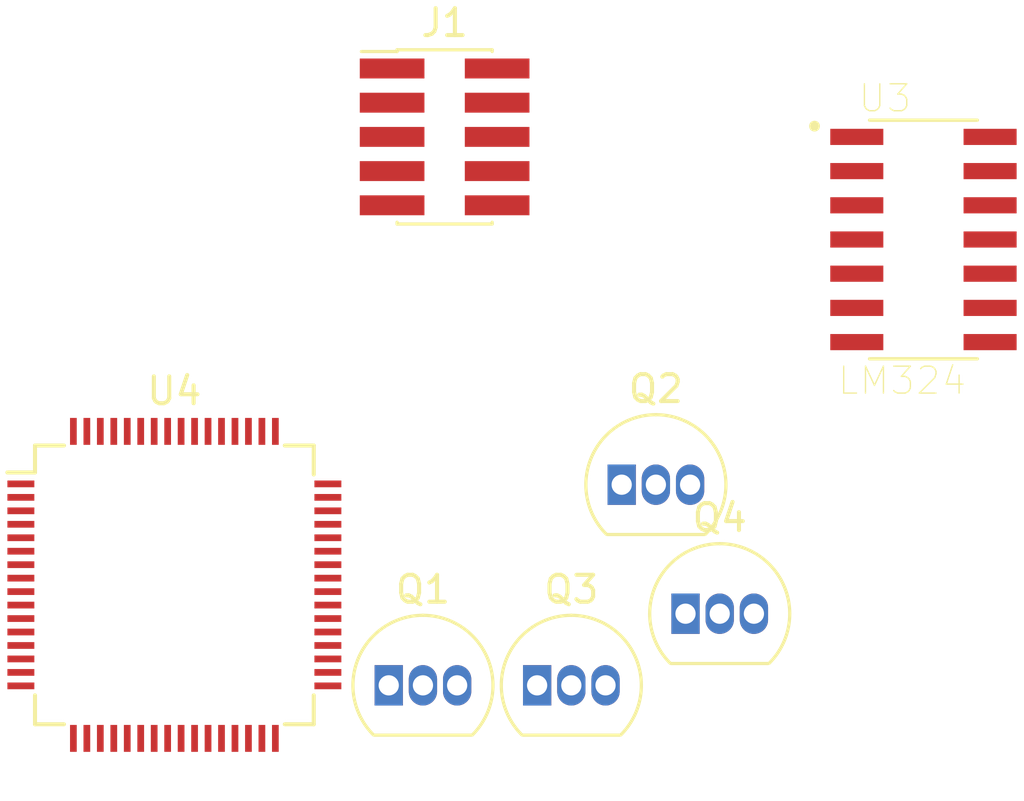
<source format=kicad_pcb>
(kicad_pcb (version 20171130) (host pcbnew "(5.0.1)-4")

  (general
    (thickness 1.6)
    (drawings 0)
    (tracks 0)
    (zones 0)
    (modules 7)
    (nets 96)
  )

  (page A4)
  (layers
    (0 F.Cu signal)
    (31 B.Cu signal)
    (32 B.Adhes user)
    (33 F.Adhes user)
    (34 B.Paste user)
    (35 F.Paste user)
    (36 B.SilkS user)
    (37 F.SilkS user)
    (38 B.Mask user)
    (39 F.Mask user)
    (40 Dwgs.User user)
    (41 Cmts.User user)
    (42 Eco1.User user)
    (43 Eco2.User user)
    (44 Edge.Cuts user)
    (45 Margin user)
    (46 B.CrtYd user)
    (47 F.CrtYd user)
    (48 B.Fab user)
    (49 F.Fab user)
  )

  (setup
    (last_trace_width 0.25)
    (trace_clearance 0.2)
    (zone_clearance 0.508)
    (zone_45_only no)
    (trace_min 0.2)
    (segment_width 0.2)
    (edge_width 0.1)
    (via_size 0.8)
    (via_drill 0.4)
    (via_min_size 0.4)
    (via_min_drill 0.3)
    (uvia_size 0.3)
    (uvia_drill 0.1)
    (uvias_allowed no)
    (uvia_min_size 0.2)
    (uvia_min_drill 0.1)
    (pcb_text_width 0.3)
    (pcb_text_size 1.5 1.5)
    (mod_edge_width 0.15)
    (mod_text_size 1 1)
    (mod_text_width 0.15)
    (pad_size 1.5 1.5)
    (pad_drill 0.6)
    (pad_to_mask_clearance 0)
    (solder_mask_min_width 0.25)
    (aux_axis_origin 0 0)
    (visible_elements 7FFFFFFF)
    (pcbplotparams
      (layerselection 0x010fc_ffffffff)
      (usegerberextensions false)
      (usegerberattributes false)
      (usegerberadvancedattributes false)
      (creategerberjobfile false)
      (excludeedgelayer true)
      (linewidth 0.100000)
      (plotframeref false)
      (viasonmask false)
      (mode 1)
      (useauxorigin false)
      (hpglpennumber 1)
      (hpglpenspeed 20)
      (hpglpendiameter 15.000000)
      (psnegative false)
      (psa4output false)
      (plotreference true)
      (plotvalue true)
      (plotinvisibletext false)
      (padsonsilk false)
      (subtractmaskfromsilk false)
      (outputformat 1)
      (mirror false)
      (drillshape 1)
      (scaleselection 1)
      (outputdirectory ""))
  )

  (net 0 "")
  (net 1 "Net-(J1-Pad1)")
  (net 2 "Net-(J1-Pad2)")
  (net 3 "Net-(J1-Pad3)")
  (net 4 "Net-(J1-Pad4)")
  (net 5 "Net-(J1-Pad6)")
  (net 6 "Net-(J1-Pad7)")
  (net 7 "Net-(J1-Pad8)")
  (net 8 "Net-(J1-Pad9)")
  (net 9 "Net-(J1-Pad10)")
  (net 10 "Net-(Q1-Pad2)")
  (net 11 "Net-(Q1-Pad3)")
  (net 12 "Net-(D3-Pad2)")
  (net 13 "Net-(D2-Pad2)")
  (net 14 "Net-(Q2-Pad3)")
  (net 15 "Net-(Q2-Pad2)")
  (net 16 "Net-(Q3-Pad3)")
  (net 17 "Net-(Q3-Pad2)")
  (net 18 GND)
  (net 19 "Net-(U4-Pad1)")
  (net 20 "Net-(U4-Pad2)")
  (net 21 "Net-(U4-Pad3)")
  (net 22 "Net-(U4-Pad4)")
  (net 23 "Net-(U4-Pad5)")
  (net 24 "Net-(U4-Pad6)")
  (net 25 "Net-(U4-Pad7)")
  (net 26 "Net-(U4-Pad8)")
  (net 27 "Net-(U4-Pad9)")
  (net 28 "Net-(U4-Pad10)")
  (net 29 "Net-(U4-Pad11)")
  (net 30 "Net-(U4-Pad12)")
  (net 31 "Net-(U4-Pad13)")
  (net 32 "Net-(U4-Pad14)")
  (net 33 "Net-(U4-Pad15)")
  (net 34 "Net-(U4-Pad16)")
  (net 35 "Net-(U4-Pad17)")
  (net 36 "Net-(U4-Pad18)")
  (net 37 "Net-(U4-Pad19)")
  (net 38 "Net-(U4-Pad20)")
  (net 39 "Net-(U4-Pad21)")
  (net 40 "Net-(U4-Pad22)")
  (net 41 "Net-(U4-Pad23)")
  (net 42 "Net-(U4-Pad24)")
  (net 43 "Net-(U4-Pad25)")
  (net 44 "Net-(U4-Pad26)")
  (net 45 "Net-(U4-Pad27)")
  (net 46 "Net-(U4-Pad28)")
  (net 47 "Net-(U4-Pad29)")
  (net 48 "Net-(U4-Pad30)")
  (net 49 "Net-(U4-Pad31)")
  (net 50 "Net-(U4-Pad32)")
  (net 51 "Net-(U4-Pad33)")
  (net 52 "Net-(U4-Pad34)")
  (net 53 "Net-(U4-Pad35)")
  (net 54 "Net-(U4-Pad36)")
  (net 55 "Net-(U4-Pad37)")
  (net 56 "Net-(U4-Pad38)")
  (net 57 "Net-(U4-Pad39)")
  (net 58 "Net-(U4-Pad40)")
  (net 59 "Net-(U4-Pad41)")
  (net 60 "Net-(U4-Pad42)")
  (net 61 "Net-(U4-Pad43)")
  (net 62 "Net-(U4-Pad44)")
  (net 63 "Net-(U4-Pad45)")
  (net 64 "Net-(U4-Pad46)")
  (net 65 "Net-(U4-Pad47)")
  (net 66 "Net-(U4-Pad48)")
  (net 67 "Net-(U4-Pad49)")
  (net 68 "Net-(U4-Pad50)")
  (net 69 "Net-(U4-Pad51)")
  (net 70 "Net-(U4-Pad52)")
  (net 71 "Net-(U4-Pad53)")
  (net 72 "Net-(U4-Pad54)")
  (net 73 "Net-(U4-Pad55)")
  (net 74 "Net-(U4-Pad56)")
  (net 75 "Net-(U4-Pad57)")
  (net 76 "Net-(U4-Pad58)")
  (net 77 "Net-(U4-Pad59)")
  (net 78 "Net-(U4-Pad60)")
  (net 79 "Net-(U4-Pad61)")
  (net 80 "Net-(U4-Pad62)")
  (net 81 "Net-(U4-Pad63)")
  (net 82 "Net-(U4-Pad64)")
  (net 83 "Net-(U3-Pad1)")
  (net 84 "Net-(U3-Pad2)")
  (net 85 "Net-(U3-Pad3)")
  (net 86 VCC)
  (net 87 "Net-(U3-Pad5)")
  (net 88 "Net-(U3-Pad6)")
  (net 89 "Net-(U3-Pad7)")
  (net 90 "Net-(U3-Pad8)")
  (net 91 "Net-(U3-Pad9)")
  (net 92 "Net-(U3-Pad10)")
  (net 93 "Net-(U3-Pad12)")
  (net 94 "Net-(U3-Pad13)")
  (net 95 "Net-(U3-Pad14)")

  (net_class Default "This is the default net class."
    (clearance 0.2)
    (trace_width 0.25)
    (via_dia 0.8)
    (via_drill 0.4)
    (uvia_dia 0.3)
    (uvia_drill 0.1)
    (add_net GND)
    (add_net "Net-(D2-Pad2)")
    (add_net "Net-(D3-Pad2)")
    (add_net "Net-(J1-Pad1)")
    (add_net "Net-(J1-Pad10)")
    (add_net "Net-(J1-Pad2)")
    (add_net "Net-(J1-Pad3)")
    (add_net "Net-(J1-Pad4)")
    (add_net "Net-(J1-Pad6)")
    (add_net "Net-(J1-Pad7)")
    (add_net "Net-(J1-Pad8)")
    (add_net "Net-(J1-Pad9)")
    (add_net "Net-(Q1-Pad2)")
    (add_net "Net-(Q1-Pad3)")
    (add_net "Net-(Q2-Pad2)")
    (add_net "Net-(Q2-Pad3)")
    (add_net "Net-(Q3-Pad2)")
    (add_net "Net-(Q3-Pad3)")
    (add_net "Net-(U3-Pad1)")
    (add_net "Net-(U3-Pad10)")
    (add_net "Net-(U3-Pad12)")
    (add_net "Net-(U3-Pad13)")
    (add_net "Net-(U3-Pad14)")
    (add_net "Net-(U3-Pad2)")
    (add_net "Net-(U3-Pad3)")
    (add_net "Net-(U3-Pad5)")
    (add_net "Net-(U3-Pad6)")
    (add_net "Net-(U3-Pad7)")
    (add_net "Net-(U3-Pad8)")
    (add_net "Net-(U3-Pad9)")
    (add_net "Net-(U4-Pad1)")
    (add_net "Net-(U4-Pad10)")
    (add_net "Net-(U4-Pad11)")
    (add_net "Net-(U4-Pad12)")
    (add_net "Net-(U4-Pad13)")
    (add_net "Net-(U4-Pad14)")
    (add_net "Net-(U4-Pad15)")
    (add_net "Net-(U4-Pad16)")
    (add_net "Net-(U4-Pad17)")
    (add_net "Net-(U4-Pad18)")
    (add_net "Net-(U4-Pad19)")
    (add_net "Net-(U4-Pad2)")
    (add_net "Net-(U4-Pad20)")
    (add_net "Net-(U4-Pad21)")
    (add_net "Net-(U4-Pad22)")
    (add_net "Net-(U4-Pad23)")
    (add_net "Net-(U4-Pad24)")
    (add_net "Net-(U4-Pad25)")
    (add_net "Net-(U4-Pad26)")
    (add_net "Net-(U4-Pad27)")
    (add_net "Net-(U4-Pad28)")
    (add_net "Net-(U4-Pad29)")
    (add_net "Net-(U4-Pad3)")
    (add_net "Net-(U4-Pad30)")
    (add_net "Net-(U4-Pad31)")
    (add_net "Net-(U4-Pad32)")
    (add_net "Net-(U4-Pad33)")
    (add_net "Net-(U4-Pad34)")
    (add_net "Net-(U4-Pad35)")
    (add_net "Net-(U4-Pad36)")
    (add_net "Net-(U4-Pad37)")
    (add_net "Net-(U4-Pad38)")
    (add_net "Net-(U4-Pad39)")
    (add_net "Net-(U4-Pad4)")
    (add_net "Net-(U4-Pad40)")
    (add_net "Net-(U4-Pad41)")
    (add_net "Net-(U4-Pad42)")
    (add_net "Net-(U4-Pad43)")
    (add_net "Net-(U4-Pad44)")
    (add_net "Net-(U4-Pad45)")
    (add_net "Net-(U4-Pad46)")
    (add_net "Net-(U4-Pad47)")
    (add_net "Net-(U4-Pad48)")
    (add_net "Net-(U4-Pad49)")
    (add_net "Net-(U4-Pad5)")
    (add_net "Net-(U4-Pad50)")
    (add_net "Net-(U4-Pad51)")
    (add_net "Net-(U4-Pad52)")
    (add_net "Net-(U4-Pad53)")
    (add_net "Net-(U4-Pad54)")
    (add_net "Net-(U4-Pad55)")
    (add_net "Net-(U4-Pad56)")
    (add_net "Net-(U4-Pad57)")
    (add_net "Net-(U4-Pad58)")
    (add_net "Net-(U4-Pad59)")
    (add_net "Net-(U4-Pad6)")
    (add_net "Net-(U4-Pad60)")
    (add_net "Net-(U4-Pad61)")
    (add_net "Net-(U4-Pad62)")
    (add_net "Net-(U4-Pad63)")
    (add_net "Net-(U4-Pad64)")
    (add_net "Net-(U4-Pad7)")
    (add_net "Net-(U4-Pad8)")
    (add_net "Net-(U4-Pad9)")
    (add_net VCC)
  )

  (module Connector_PinHeader_1.27mm:PinHeader_2x05_P1.27mm_Vertical_SMD (layer F.Cu) (tedit 59FED6E3) (tstamp 5DC1E348)
    (at 144.78 72.39)
    (descr "surface-mounted straight pin header, 2x05, 1.27mm pitch, double rows")
    (tags "Surface mounted pin header SMD 2x05 1.27mm double row")
    (path /5DBDB46B)
    (attr smd)
    (fp_text reference J1 (at 0 -4.235) (layer F.SilkS)
      (effects (font (size 1 1) (thickness 0.15)))
    )
    (fp_text value Conn_ARM_JTAG_SWD_10 (at 0 4.235) (layer F.Fab)
      (effects (font (size 1 1) (thickness 0.15)))
    )
    (fp_line (start 1.705 3.175) (end -1.705 3.175) (layer F.Fab) (width 0.1))
    (fp_line (start -1.27 -3.175) (end 1.705 -3.175) (layer F.Fab) (width 0.1))
    (fp_line (start -1.705 3.175) (end -1.705 -2.74) (layer F.Fab) (width 0.1))
    (fp_line (start -1.705 -2.74) (end -1.27 -3.175) (layer F.Fab) (width 0.1))
    (fp_line (start 1.705 -3.175) (end 1.705 3.175) (layer F.Fab) (width 0.1))
    (fp_line (start -1.705 -2.74) (end -2.75 -2.74) (layer F.Fab) (width 0.1))
    (fp_line (start -2.75 -2.74) (end -2.75 -2.34) (layer F.Fab) (width 0.1))
    (fp_line (start -2.75 -2.34) (end -1.705 -2.34) (layer F.Fab) (width 0.1))
    (fp_line (start 1.705 -2.74) (end 2.75 -2.74) (layer F.Fab) (width 0.1))
    (fp_line (start 2.75 -2.74) (end 2.75 -2.34) (layer F.Fab) (width 0.1))
    (fp_line (start 2.75 -2.34) (end 1.705 -2.34) (layer F.Fab) (width 0.1))
    (fp_line (start -1.705 -1.47) (end -2.75 -1.47) (layer F.Fab) (width 0.1))
    (fp_line (start -2.75 -1.47) (end -2.75 -1.07) (layer F.Fab) (width 0.1))
    (fp_line (start -2.75 -1.07) (end -1.705 -1.07) (layer F.Fab) (width 0.1))
    (fp_line (start 1.705 -1.47) (end 2.75 -1.47) (layer F.Fab) (width 0.1))
    (fp_line (start 2.75 -1.47) (end 2.75 -1.07) (layer F.Fab) (width 0.1))
    (fp_line (start 2.75 -1.07) (end 1.705 -1.07) (layer F.Fab) (width 0.1))
    (fp_line (start -1.705 -0.2) (end -2.75 -0.2) (layer F.Fab) (width 0.1))
    (fp_line (start -2.75 -0.2) (end -2.75 0.2) (layer F.Fab) (width 0.1))
    (fp_line (start -2.75 0.2) (end -1.705 0.2) (layer F.Fab) (width 0.1))
    (fp_line (start 1.705 -0.2) (end 2.75 -0.2) (layer F.Fab) (width 0.1))
    (fp_line (start 2.75 -0.2) (end 2.75 0.2) (layer F.Fab) (width 0.1))
    (fp_line (start 2.75 0.2) (end 1.705 0.2) (layer F.Fab) (width 0.1))
    (fp_line (start -1.705 1.07) (end -2.75 1.07) (layer F.Fab) (width 0.1))
    (fp_line (start -2.75 1.07) (end -2.75 1.47) (layer F.Fab) (width 0.1))
    (fp_line (start -2.75 1.47) (end -1.705 1.47) (layer F.Fab) (width 0.1))
    (fp_line (start 1.705 1.07) (end 2.75 1.07) (layer F.Fab) (width 0.1))
    (fp_line (start 2.75 1.07) (end 2.75 1.47) (layer F.Fab) (width 0.1))
    (fp_line (start 2.75 1.47) (end 1.705 1.47) (layer F.Fab) (width 0.1))
    (fp_line (start -1.705 2.34) (end -2.75 2.34) (layer F.Fab) (width 0.1))
    (fp_line (start -2.75 2.34) (end -2.75 2.74) (layer F.Fab) (width 0.1))
    (fp_line (start -2.75 2.74) (end -1.705 2.74) (layer F.Fab) (width 0.1))
    (fp_line (start 1.705 2.34) (end 2.75 2.34) (layer F.Fab) (width 0.1))
    (fp_line (start 2.75 2.34) (end 2.75 2.74) (layer F.Fab) (width 0.1))
    (fp_line (start 2.75 2.74) (end 1.705 2.74) (layer F.Fab) (width 0.1))
    (fp_line (start -1.765 -3.235) (end 1.765 -3.235) (layer F.SilkS) (width 0.12))
    (fp_line (start -1.765 3.235) (end 1.765 3.235) (layer F.SilkS) (width 0.12))
    (fp_line (start -3.09 -3.17) (end -1.765 -3.17) (layer F.SilkS) (width 0.12))
    (fp_line (start -1.765 -3.235) (end -1.765 -3.17) (layer F.SilkS) (width 0.12))
    (fp_line (start 1.765 -3.235) (end 1.765 -3.17) (layer F.SilkS) (width 0.12))
    (fp_line (start -1.765 3.17) (end -1.765 3.235) (layer F.SilkS) (width 0.12))
    (fp_line (start 1.765 3.17) (end 1.765 3.235) (layer F.SilkS) (width 0.12))
    (fp_line (start -4.3 -3.7) (end -4.3 3.7) (layer F.CrtYd) (width 0.05))
    (fp_line (start -4.3 3.7) (end 4.3 3.7) (layer F.CrtYd) (width 0.05))
    (fp_line (start 4.3 3.7) (end 4.3 -3.7) (layer F.CrtYd) (width 0.05))
    (fp_line (start 4.3 -3.7) (end -4.3 -3.7) (layer F.CrtYd) (width 0.05))
    (fp_text user %R (at 0 0 90) (layer F.Fab)
      (effects (font (size 1 1) (thickness 0.15)))
    )
    (pad 1 smd rect (at -1.95 -2.54) (size 2.4 0.74) (layers F.Cu F.Paste F.Mask)
      (net 1 "Net-(J1-Pad1)"))
    (pad 2 smd rect (at 1.95 -2.54) (size 2.4 0.74) (layers F.Cu F.Paste F.Mask)
      (net 2 "Net-(J1-Pad2)"))
    (pad 3 smd rect (at -1.95 -1.27) (size 2.4 0.74) (layers F.Cu F.Paste F.Mask)
      (net 3 "Net-(J1-Pad3)"))
    (pad 4 smd rect (at 1.95 -1.27) (size 2.4 0.74) (layers F.Cu F.Paste F.Mask)
      (net 4 "Net-(J1-Pad4)"))
    (pad 5 smd rect (at -1.95 0) (size 2.4 0.74) (layers F.Cu F.Paste F.Mask)
      (net 3 "Net-(J1-Pad3)"))
    (pad 6 smd rect (at 1.95 0) (size 2.4 0.74) (layers F.Cu F.Paste F.Mask)
      (net 5 "Net-(J1-Pad6)"))
    (pad 7 smd rect (at -1.95 1.27) (size 2.4 0.74) (layers F.Cu F.Paste F.Mask)
      (net 6 "Net-(J1-Pad7)"))
    (pad 8 smd rect (at 1.95 1.27) (size 2.4 0.74) (layers F.Cu F.Paste F.Mask)
      (net 7 "Net-(J1-Pad8)"))
    (pad 9 smd rect (at -1.95 2.54) (size 2.4 0.74) (layers F.Cu F.Paste F.Mask)
      (net 8 "Net-(J1-Pad9)"))
    (pad 10 smd rect (at 1.95 2.54) (size 2.4 0.74) (layers F.Cu F.Paste F.Mask)
      (net 9 "Net-(J1-Pad10)"))
    (model ${KISYS3DMOD}/Connector_PinHeader_1.27mm.3dshapes/PinHeader_2x05_P1.27mm_Vertical_SMD.wrl
      (at (xyz 0 0 0))
      (scale (xyz 1 1 1))
      (rotate (xyz 0 0 0))
    )
  )

  (module Package_TO_SOT_THT:TO-92_Inline (layer F.Cu) (tedit 5A1DD157) (tstamp 5DC1E35A)
    (at 142.705001 92.755001)
    (descr "TO-92 leads in-line, narrow, oval pads, drill 0.75mm (see NXP sot054_po.pdf)")
    (tags "to-92 sc-43 sc-43a sot54 PA33 transistor")
    (path /5DC24BED)
    (fp_text reference Q1 (at 1.27 -3.56) (layer F.SilkS)
      (effects (font (size 1 1) (thickness 0.15)))
    )
    (fp_text value 2N3904 (at 1.27 2.79) (layer F.Fab)
      (effects (font (size 1 1) (thickness 0.15)))
    )
    (fp_text user %R (at 1.27 -3.56) (layer F.Fab)
      (effects (font (size 1 1) (thickness 0.15)))
    )
    (fp_line (start -0.53 1.85) (end 3.07 1.85) (layer F.SilkS) (width 0.12))
    (fp_line (start -0.5 1.75) (end 3 1.75) (layer F.Fab) (width 0.1))
    (fp_line (start -1.46 -2.73) (end 4 -2.73) (layer F.CrtYd) (width 0.05))
    (fp_line (start -1.46 -2.73) (end -1.46 2.01) (layer F.CrtYd) (width 0.05))
    (fp_line (start 4 2.01) (end 4 -2.73) (layer F.CrtYd) (width 0.05))
    (fp_line (start 4 2.01) (end -1.46 2.01) (layer F.CrtYd) (width 0.05))
    (fp_arc (start 1.27 0) (end 1.27 -2.48) (angle 135) (layer F.Fab) (width 0.1))
    (fp_arc (start 1.27 0) (end 1.27 -2.6) (angle -135) (layer F.SilkS) (width 0.12))
    (fp_arc (start 1.27 0) (end 1.27 -2.48) (angle -135) (layer F.Fab) (width 0.1))
    (fp_arc (start 1.27 0) (end 1.27 -2.6) (angle 135) (layer F.SilkS) (width 0.12))
    (pad 2 thru_hole oval (at 1.27 0) (size 1.05 1.5) (drill 0.75) (layers *.Cu *.Mask)
      (net 10 "Net-(Q1-Pad2)"))
    (pad 3 thru_hole oval (at 2.54 0) (size 1.05 1.5) (drill 0.75) (layers *.Cu *.Mask)
      (net 11 "Net-(Q1-Pad3)"))
    (pad 1 thru_hole rect (at 0 0) (size 1.05 1.5) (drill 0.75) (layers *.Cu *.Mask)
      (net 12 "Net-(D3-Pad2)"))
    (model ${KISYS3DMOD}/Package_TO_SOT_THT.3dshapes/TO-92_Inline.wrl
      (at (xyz 0 0 0))
      (scale (xyz 1 1 1))
      (rotate (xyz 0 0 0))
    )
  )

  (module Package_TO_SOT_THT:TO-92_Inline (layer F.Cu) (tedit 5A1DD157) (tstamp 5DC1E36C)
    (at 151.355001 85.305001)
    (descr "TO-92 leads in-line, narrow, oval pads, drill 0.75mm (see NXP sot054_po.pdf)")
    (tags "to-92 sc-43 sc-43a sot54 PA33 transistor")
    (path /5DC1DE67)
    (fp_text reference Q2 (at 1.27 -3.56) (layer F.SilkS)
      (effects (font (size 1 1) (thickness 0.15)))
    )
    (fp_text value 2N3904 (at 1.27 2.79) (layer F.Fab)
      (effects (font (size 1 1) (thickness 0.15)))
    )
    (fp_arc (start 1.27 0) (end 1.27 -2.6) (angle 135) (layer F.SilkS) (width 0.12))
    (fp_arc (start 1.27 0) (end 1.27 -2.48) (angle -135) (layer F.Fab) (width 0.1))
    (fp_arc (start 1.27 0) (end 1.27 -2.6) (angle -135) (layer F.SilkS) (width 0.12))
    (fp_arc (start 1.27 0) (end 1.27 -2.48) (angle 135) (layer F.Fab) (width 0.1))
    (fp_line (start 4 2.01) (end -1.46 2.01) (layer F.CrtYd) (width 0.05))
    (fp_line (start 4 2.01) (end 4 -2.73) (layer F.CrtYd) (width 0.05))
    (fp_line (start -1.46 -2.73) (end -1.46 2.01) (layer F.CrtYd) (width 0.05))
    (fp_line (start -1.46 -2.73) (end 4 -2.73) (layer F.CrtYd) (width 0.05))
    (fp_line (start -0.5 1.75) (end 3 1.75) (layer F.Fab) (width 0.1))
    (fp_line (start -0.53 1.85) (end 3.07 1.85) (layer F.SilkS) (width 0.12))
    (fp_text user %R (at 1.27 -3.56) (layer F.Fab)
      (effects (font (size 1 1) (thickness 0.15)))
    )
    (pad 1 thru_hole rect (at 0 0) (size 1.05 1.5) (drill 0.75) (layers *.Cu *.Mask)
      (net 13 "Net-(D2-Pad2)"))
    (pad 3 thru_hole oval (at 2.54 0) (size 1.05 1.5) (drill 0.75) (layers *.Cu *.Mask)
      (net 14 "Net-(Q2-Pad3)"))
    (pad 2 thru_hole oval (at 1.27 0) (size 1.05 1.5) (drill 0.75) (layers *.Cu *.Mask)
      (net 15 "Net-(Q2-Pad2)"))
    (model ${KISYS3DMOD}/Package_TO_SOT_THT.3dshapes/TO-92_Inline.wrl
      (at (xyz 0 0 0))
      (scale (xyz 1 1 1))
      (rotate (xyz 0 0 0))
    )
  )

  (module Package_TO_SOT_THT:TO-92_Inline (layer F.Cu) (tedit 5A1DD157) (tstamp 5DC1E37E)
    (at 148.215001 92.755001)
    (descr "TO-92 leads in-line, narrow, oval pads, drill 0.75mm (see NXP sot054_po.pdf)")
    (tags "to-92 sc-43 sc-43a sot54 PA33 transistor")
    (path /5DC25E95)
    (fp_text reference Q3 (at 1.27 -3.56) (layer F.SilkS)
      (effects (font (size 1 1) (thickness 0.15)))
    )
    (fp_text value 2N3904 (at 1.27 2.79) (layer F.Fab)
      (effects (font (size 1 1) (thickness 0.15)))
    )
    (fp_arc (start 1.27 0) (end 1.27 -2.6) (angle 135) (layer F.SilkS) (width 0.12))
    (fp_arc (start 1.27 0) (end 1.27 -2.48) (angle -135) (layer F.Fab) (width 0.1))
    (fp_arc (start 1.27 0) (end 1.27 -2.6) (angle -135) (layer F.SilkS) (width 0.12))
    (fp_arc (start 1.27 0) (end 1.27 -2.48) (angle 135) (layer F.Fab) (width 0.1))
    (fp_line (start 4 2.01) (end -1.46 2.01) (layer F.CrtYd) (width 0.05))
    (fp_line (start 4 2.01) (end 4 -2.73) (layer F.CrtYd) (width 0.05))
    (fp_line (start -1.46 -2.73) (end -1.46 2.01) (layer F.CrtYd) (width 0.05))
    (fp_line (start -1.46 -2.73) (end 4 -2.73) (layer F.CrtYd) (width 0.05))
    (fp_line (start -0.5 1.75) (end 3 1.75) (layer F.Fab) (width 0.1))
    (fp_line (start -0.53 1.85) (end 3.07 1.85) (layer F.SilkS) (width 0.12))
    (fp_text user %R (at 1.27 -3.56) (layer F.Fab)
      (effects (font (size 1 1) (thickness 0.15)))
    )
    (pad 1 thru_hole rect (at 0 0) (size 1.05 1.5) (drill 0.75) (layers *.Cu *.Mask)
      (net 11 "Net-(Q1-Pad3)"))
    (pad 3 thru_hole oval (at 2.54 0) (size 1.05 1.5) (drill 0.75) (layers *.Cu *.Mask)
      (net 16 "Net-(Q3-Pad3)"))
    (pad 2 thru_hole oval (at 1.27 0) (size 1.05 1.5) (drill 0.75) (layers *.Cu *.Mask)
      (net 17 "Net-(Q3-Pad2)"))
    (model ${KISYS3DMOD}/Package_TO_SOT_THT.3dshapes/TO-92_Inline.wrl
      (at (xyz 0 0 0))
      (scale (xyz 1 1 1))
      (rotate (xyz 0 0 0))
    )
  )

  (module Package_TO_SOT_THT:TO-92_Inline (layer F.Cu) (tedit 5A1DD157) (tstamp 5DC1E390)
    (at 153.725001 90.095001)
    (descr "TO-92 leads in-line, narrow, oval pads, drill 0.75mm (see NXP sot054_po.pdf)")
    (tags "to-92 sc-43 sc-43a sot54 PA33 transistor")
    (path /5DC2AA61)
    (fp_text reference Q4 (at 1.27 -3.56) (layer F.SilkS)
      (effects (font (size 1 1) (thickness 0.15)))
    )
    (fp_text value 2N3904 (at 1.27 2.79) (layer F.Fab)
      (effects (font (size 1 1) (thickness 0.15)))
    )
    (fp_text user %R (at 1.27 -3.56) (layer F.Fab)
      (effects (font (size 1 1) (thickness 0.15)))
    )
    (fp_line (start -0.53 1.85) (end 3.07 1.85) (layer F.SilkS) (width 0.12))
    (fp_line (start -0.5 1.75) (end 3 1.75) (layer F.Fab) (width 0.1))
    (fp_line (start -1.46 -2.73) (end 4 -2.73) (layer F.CrtYd) (width 0.05))
    (fp_line (start -1.46 -2.73) (end -1.46 2.01) (layer F.CrtYd) (width 0.05))
    (fp_line (start 4 2.01) (end 4 -2.73) (layer F.CrtYd) (width 0.05))
    (fp_line (start 4 2.01) (end -1.46 2.01) (layer F.CrtYd) (width 0.05))
    (fp_arc (start 1.27 0) (end 1.27 -2.48) (angle 135) (layer F.Fab) (width 0.1))
    (fp_arc (start 1.27 0) (end 1.27 -2.6) (angle -135) (layer F.SilkS) (width 0.12))
    (fp_arc (start 1.27 0) (end 1.27 -2.48) (angle -135) (layer F.Fab) (width 0.1))
    (fp_arc (start 1.27 0) (end 1.27 -2.6) (angle 135) (layer F.SilkS) (width 0.12))
    (pad 2 thru_hole oval (at 1.27 0) (size 1.05 1.5) (drill 0.75) (layers *.Cu *.Mask)
      (net 17 "Net-(Q3-Pad2)"))
    (pad 3 thru_hole oval (at 2.54 0) (size 1.05 1.5) (drill 0.75) (layers *.Cu *.Mask)
      (net 15 "Net-(Q2-Pad2)"))
    (pad 1 thru_hole rect (at 0 0) (size 1.05 1.5) (drill 0.75) (layers *.Cu *.Mask)
      (net 18 GND))
    (model ${KISYS3DMOD}/Package_TO_SOT_THT.3dshapes/TO-92_Inline.wrl
      (at (xyz 0 0 0))
      (scale (xyz 1 1 1))
      (rotate (xyz 0 0 0))
    )
  )

  (module Package_QFP:LQFP-64_10x10mm_P0.5mm (layer F.Cu) (tedit 5A02F146) (tstamp 5DC1E3E7)
    (at 134.745001 89.025001)
    (descr "64 LEAD LQFP 10x10mm (see MICREL LQFP10x10-64LD-PL-1.pdf)")
    (tags "QFP 0.5")
    (path /5DBDB311)
    (attr smd)
    (fp_text reference U4 (at 0 -7.2) (layer F.SilkS)
      (effects (font (size 1 1) (thickness 0.15)))
    )
    (fp_text value STM32F072RBTx (at 0 7.2) (layer F.Fab)
      (effects (font (size 1 1) (thickness 0.15)))
    )
    (fp_text user %R (at 0 0) (layer F.Fab)
      (effects (font (size 1 1) (thickness 0.15)))
    )
    (fp_line (start -4 -5) (end 5 -5) (layer F.Fab) (width 0.15))
    (fp_line (start 5 -5) (end 5 5) (layer F.Fab) (width 0.15))
    (fp_line (start 5 5) (end -5 5) (layer F.Fab) (width 0.15))
    (fp_line (start -5 5) (end -5 -4) (layer F.Fab) (width 0.15))
    (fp_line (start -5 -4) (end -4 -5) (layer F.Fab) (width 0.15))
    (fp_line (start -6.45 -6.45) (end -6.45 6.45) (layer F.CrtYd) (width 0.05))
    (fp_line (start 6.45 -6.45) (end 6.45 6.45) (layer F.CrtYd) (width 0.05))
    (fp_line (start -6.45 -6.45) (end 6.45 -6.45) (layer F.CrtYd) (width 0.05))
    (fp_line (start -6.45 6.45) (end 6.45 6.45) (layer F.CrtYd) (width 0.05))
    (fp_line (start -5.175 -5.175) (end -5.175 -4.175) (layer F.SilkS) (width 0.15))
    (fp_line (start 5.175 -5.175) (end 5.175 -4.1) (layer F.SilkS) (width 0.15))
    (fp_line (start 5.175 5.175) (end 5.175 4.1) (layer F.SilkS) (width 0.15))
    (fp_line (start -5.175 5.175) (end -5.175 4.1) (layer F.SilkS) (width 0.15))
    (fp_line (start -5.175 -5.175) (end -4.1 -5.175) (layer F.SilkS) (width 0.15))
    (fp_line (start -5.175 5.175) (end -4.1 5.175) (layer F.SilkS) (width 0.15))
    (fp_line (start 5.175 5.175) (end 4.1 5.175) (layer F.SilkS) (width 0.15))
    (fp_line (start 5.175 -5.175) (end 4.1 -5.175) (layer F.SilkS) (width 0.15))
    (fp_line (start -5.175 -4.175) (end -6.2 -4.175) (layer F.SilkS) (width 0.15))
    (pad 1 smd rect (at -5.7 -3.75) (size 1 0.25) (layers F.Cu F.Paste F.Mask)
      (net 19 "Net-(U4-Pad1)"))
    (pad 2 smd rect (at -5.7 -3.25) (size 1 0.25) (layers F.Cu F.Paste F.Mask)
      (net 20 "Net-(U4-Pad2)"))
    (pad 3 smd rect (at -5.7 -2.75) (size 1 0.25) (layers F.Cu F.Paste F.Mask)
      (net 21 "Net-(U4-Pad3)"))
    (pad 4 smd rect (at -5.7 -2.25) (size 1 0.25) (layers F.Cu F.Paste F.Mask)
      (net 22 "Net-(U4-Pad4)"))
    (pad 5 smd rect (at -5.7 -1.75) (size 1 0.25) (layers F.Cu F.Paste F.Mask)
      (net 23 "Net-(U4-Pad5)"))
    (pad 6 smd rect (at -5.7 -1.25) (size 1 0.25) (layers F.Cu F.Paste F.Mask)
      (net 24 "Net-(U4-Pad6)"))
    (pad 7 smd rect (at -5.7 -0.75) (size 1 0.25) (layers F.Cu F.Paste F.Mask)
      (net 25 "Net-(U4-Pad7)"))
    (pad 8 smd rect (at -5.7 -0.25) (size 1 0.25) (layers F.Cu F.Paste F.Mask)
      (net 26 "Net-(U4-Pad8)"))
    (pad 9 smd rect (at -5.7 0.25) (size 1 0.25) (layers F.Cu F.Paste F.Mask)
      (net 27 "Net-(U4-Pad9)"))
    (pad 10 smd rect (at -5.7 0.75) (size 1 0.25) (layers F.Cu F.Paste F.Mask)
      (net 28 "Net-(U4-Pad10)"))
    (pad 11 smd rect (at -5.7 1.25) (size 1 0.25) (layers F.Cu F.Paste F.Mask)
      (net 29 "Net-(U4-Pad11)"))
    (pad 12 smd rect (at -5.7 1.75) (size 1 0.25) (layers F.Cu F.Paste F.Mask)
      (net 30 "Net-(U4-Pad12)"))
    (pad 13 smd rect (at -5.7 2.25) (size 1 0.25) (layers F.Cu F.Paste F.Mask)
      (net 31 "Net-(U4-Pad13)"))
    (pad 14 smd rect (at -5.7 2.75) (size 1 0.25) (layers F.Cu F.Paste F.Mask)
      (net 32 "Net-(U4-Pad14)"))
    (pad 15 smd rect (at -5.7 3.25) (size 1 0.25) (layers F.Cu F.Paste F.Mask)
      (net 33 "Net-(U4-Pad15)"))
    (pad 16 smd rect (at -5.7 3.75) (size 1 0.25) (layers F.Cu F.Paste F.Mask)
      (net 34 "Net-(U4-Pad16)"))
    (pad 17 smd rect (at -3.75 5.7 90) (size 1 0.25) (layers F.Cu F.Paste F.Mask)
      (net 35 "Net-(U4-Pad17)"))
    (pad 18 smd rect (at -3.25 5.7 90) (size 1 0.25) (layers F.Cu F.Paste F.Mask)
      (net 36 "Net-(U4-Pad18)"))
    (pad 19 smd rect (at -2.75 5.7 90) (size 1 0.25) (layers F.Cu F.Paste F.Mask)
      (net 37 "Net-(U4-Pad19)"))
    (pad 20 smd rect (at -2.25 5.7 90) (size 1 0.25) (layers F.Cu F.Paste F.Mask)
      (net 38 "Net-(U4-Pad20)"))
    (pad 21 smd rect (at -1.75 5.7 90) (size 1 0.25) (layers F.Cu F.Paste F.Mask)
      (net 39 "Net-(U4-Pad21)"))
    (pad 22 smd rect (at -1.25 5.7 90) (size 1 0.25) (layers F.Cu F.Paste F.Mask)
      (net 40 "Net-(U4-Pad22)"))
    (pad 23 smd rect (at -0.75 5.7 90) (size 1 0.25) (layers F.Cu F.Paste F.Mask)
      (net 41 "Net-(U4-Pad23)"))
    (pad 24 smd rect (at -0.25 5.7 90) (size 1 0.25) (layers F.Cu F.Paste F.Mask)
      (net 42 "Net-(U4-Pad24)"))
    (pad 25 smd rect (at 0.25 5.7 90) (size 1 0.25) (layers F.Cu F.Paste F.Mask)
      (net 43 "Net-(U4-Pad25)"))
    (pad 26 smd rect (at 0.75 5.7 90) (size 1 0.25) (layers F.Cu F.Paste F.Mask)
      (net 44 "Net-(U4-Pad26)"))
    (pad 27 smd rect (at 1.25 5.7 90) (size 1 0.25) (layers F.Cu F.Paste F.Mask)
      (net 45 "Net-(U4-Pad27)"))
    (pad 28 smd rect (at 1.75 5.7 90) (size 1 0.25) (layers F.Cu F.Paste F.Mask)
      (net 46 "Net-(U4-Pad28)"))
    (pad 29 smd rect (at 2.25 5.7 90) (size 1 0.25) (layers F.Cu F.Paste F.Mask)
      (net 47 "Net-(U4-Pad29)"))
    (pad 30 smd rect (at 2.75 5.7 90) (size 1 0.25) (layers F.Cu F.Paste F.Mask)
      (net 48 "Net-(U4-Pad30)"))
    (pad 31 smd rect (at 3.25 5.7 90) (size 1 0.25) (layers F.Cu F.Paste F.Mask)
      (net 49 "Net-(U4-Pad31)"))
    (pad 32 smd rect (at 3.75 5.7 90) (size 1 0.25) (layers F.Cu F.Paste F.Mask)
      (net 50 "Net-(U4-Pad32)"))
    (pad 33 smd rect (at 5.7 3.75) (size 1 0.25) (layers F.Cu F.Paste F.Mask)
      (net 51 "Net-(U4-Pad33)"))
    (pad 34 smd rect (at 5.7 3.25) (size 1 0.25) (layers F.Cu F.Paste F.Mask)
      (net 52 "Net-(U4-Pad34)"))
    (pad 35 smd rect (at 5.7 2.75) (size 1 0.25) (layers F.Cu F.Paste F.Mask)
      (net 53 "Net-(U4-Pad35)"))
    (pad 36 smd rect (at 5.7 2.25) (size 1 0.25) (layers F.Cu F.Paste F.Mask)
      (net 54 "Net-(U4-Pad36)"))
    (pad 37 smd rect (at 5.7 1.75) (size 1 0.25) (layers F.Cu F.Paste F.Mask)
      (net 55 "Net-(U4-Pad37)"))
    (pad 38 smd rect (at 5.7 1.25) (size 1 0.25) (layers F.Cu F.Paste F.Mask)
      (net 56 "Net-(U4-Pad38)"))
    (pad 39 smd rect (at 5.7 0.75) (size 1 0.25) (layers F.Cu F.Paste F.Mask)
      (net 57 "Net-(U4-Pad39)"))
    (pad 40 smd rect (at 5.7 0.25) (size 1 0.25) (layers F.Cu F.Paste F.Mask)
      (net 58 "Net-(U4-Pad40)"))
    (pad 41 smd rect (at 5.7 -0.25) (size 1 0.25) (layers F.Cu F.Paste F.Mask)
      (net 59 "Net-(U4-Pad41)"))
    (pad 42 smd rect (at 5.7 -0.75) (size 1 0.25) (layers F.Cu F.Paste F.Mask)
      (net 60 "Net-(U4-Pad42)"))
    (pad 43 smd rect (at 5.7 -1.25) (size 1 0.25) (layers F.Cu F.Paste F.Mask)
      (net 61 "Net-(U4-Pad43)"))
    (pad 44 smd rect (at 5.7 -1.75) (size 1 0.25) (layers F.Cu F.Paste F.Mask)
      (net 62 "Net-(U4-Pad44)"))
    (pad 45 smd rect (at 5.7 -2.25) (size 1 0.25) (layers F.Cu F.Paste F.Mask)
      (net 63 "Net-(U4-Pad45)"))
    (pad 46 smd rect (at 5.7 -2.75) (size 1 0.25) (layers F.Cu F.Paste F.Mask)
      (net 64 "Net-(U4-Pad46)"))
    (pad 47 smd rect (at 5.7 -3.25) (size 1 0.25) (layers F.Cu F.Paste F.Mask)
      (net 65 "Net-(U4-Pad47)"))
    (pad 48 smd rect (at 5.7 -3.75) (size 1 0.25) (layers F.Cu F.Paste F.Mask)
      (net 66 "Net-(U4-Pad48)"))
    (pad 49 smd rect (at 3.75 -5.7 90) (size 1 0.25) (layers F.Cu F.Paste F.Mask)
      (net 67 "Net-(U4-Pad49)"))
    (pad 50 smd rect (at 3.25 -5.7 90) (size 1 0.25) (layers F.Cu F.Paste F.Mask)
      (net 68 "Net-(U4-Pad50)"))
    (pad 51 smd rect (at 2.75 -5.7 90) (size 1 0.25) (layers F.Cu F.Paste F.Mask)
      (net 69 "Net-(U4-Pad51)"))
    (pad 52 smd rect (at 2.25 -5.7 90) (size 1 0.25) (layers F.Cu F.Paste F.Mask)
      (net 70 "Net-(U4-Pad52)"))
    (pad 53 smd rect (at 1.75 -5.7 90) (size 1 0.25) (layers F.Cu F.Paste F.Mask)
      (net 71 "Net-(U4-Pad53)"))
    (pad 54 smd rect (at 1.25 -5.7 90) (size 1 0.25) (layers F.Cu F.Paste F.Mask)
      (net 72 "Net-(U4-Pad54)"))
    (pad 55 smd rect (at 0.75 -5.7 90) (size 1 0.25) (layers F.Cu F.Paste F.Mask)
      (net 73 "Net-(U4-Pad55)"))
    (pad 56 smd rect (at 0.25 -5.7 90) (size 1 0.25) (layers F.Cu F.Paste F.Mask)
      (net 74 "Net-(U4-Pad56)"))
    (pad 57 smd rect (at -0.25 -5.7 90) (size 1 0.25) (layers F.Cu F.Paste F.Mask)
      (net 75 "Net-(U4-Pad57)"))
    (pad 58 smd rect (at -0.75 -5.7 90) (size 1 0.25) (layers F.Cu F.Paste F.Mask)
      (net 76 "Net-(U4-Pad58)"))
    (pad 59 smd rect (at -1.25 -5.7 90) (size 1 0.25) (layers F.Cu F.Paste F.Mask)
      (net 77 "Net-(U4-Pad59)"))
    (pad 60 smd rect (at -1.75 -5.7 90) (size 1 0.25) (layers F.Cu F.Paste F.Mask)
      (net 78 "Net-(U4-Pad60)"))
    (pad 61 smd rect (at -2.25 -5.7 90) (size 1 0.25) (layers F.Cu F.Paste F.Mask)
      (net 79 "Net-(U4-Pad61)"))
    (pad 62 smd rect (at -2.75 -5.7 90) (size 1 0.25) (layers F.Cu F.Paste F.Mask)
      (net 80 "Net-(U4-Pad62)"))
    (pad 63 smd rect (at -3.25 -5.7 90) (size 1 0.25) (layers F.Cu F.Paste F.Mask)
      (net 81 "Net-(U4-Pad63)"))
    (pad 64 smd rect (at -3.75 -5.7 90) (size 1 0.25) (layers F.Cu F.Paste F.Mask)
      (net 82 "Net-(U4-Pad64)"))
    (model ${KISYS3DMOD}/Package_QFP.3dshapes/LQFP-64_10x10mm_P0.5mm.wrl
      (at (xyz 0 0 0))
      (scale (xyz 1 1 1))
      (rotate (xyz 0 0 0))
    )
  )

  (module SOIC127P600X175-14N (layer F.Cu) (tedit 0) (tstamp 5DC1D095)
    (at 162.56 76.2)
    (path /5DC67CA7)
    (attr smd)
    (fp_text reference U3 (at -1.43 -5.242) (layer F.SilkS)
      (effects (font (size 1 1) (thickness 0.05)))
    )
    (fp_text value LM324 (at -0.795 5.242) (layer F.SilkS)
      (effects (font (size 1 1) (thickness 0.05)))
    )
    (fp_circle (center -4.045 -4.21) (end -3.945 -4.21) (layer F.SilkS) (width 0.2))
    (fp_circle (center -4.045 -4.21) (end -3.945 -4.21) (layer Eco2.User) (width 0.2))
    (fp_line (start -2 -4.375) (end 2 -4.375) (layer Eco2.User) (width 0.127))
    (fp_line (start -2 4.375) (end 2 4.375) (layer Eco2.User) (width 0.127))
    (fp_line (start -2 -4.43) (end 2 -4.43) (layer F.SilkS) (width 0.127))
    (fp_line (start -2 4.43) (end 2 4.43) (layer F.SilkS) (width 0.127))
    (fp_line (start -2 -4.375) (end -2 4.375) (layer Eco2.User) (width 0.127))
    (fp_line (start 2 -4.375) (end 2 4.375) (layer Eco2.User) (width 0.127))
    (fp_line (start -3.71 -4.625) (end 3.71 -4.625) (layer Eco1.User) (width 0.05))
    (fp_line (start -3.71 4.625) (end 3.71 4.625) (layer Eco1.User) (width 0.05))
    (fp_line (start -3.71 -4.625) (end -3.71 4.625) (layer Eco1.User) (width 0.05))
    (fp_line (start 3.71 -4.625) (end 3.71 4.625) (layer Eco1.User) (width 0.05))
    (pad 1 smd rect (at -2.475 -3.81) (size 1.97 0.6) (layers F.Cu F.Paste F.Mask)
      (net 83 "Net-(U3-Pad1)"))
    (pad 2 smd rect (at -2.475 -2.54) (size 1.97 0.6) (layers F.Cu F.Paste F.Mask)
      (net 84 "Net-(U3-Pad2)"))
    (pad 3 smd rect (at -2.475 -1.27) (size 1.97 0.6) (layers F.Cu F.Paste F.Mask)
      (net 85 "Net-(U3-Pad3)"))
    (pad 4 smd rect (at -2.475 0) (size 1.97 0.6) (layers F.Cu F.Paste F.Mask)
      (net 86 VCC))
    (pad 5 smd rect (at -2.475 1.27) (size 1.97 0.6) (layers F.Cu F.Paste F.Mask)
      (net 87 "Net-(U3-Pad5)"))
    (pad 6 smd rect (at -2.475 2.54) (size 1.97 0.6) (layers F.Cu F.Paste F.Mask)
      (net 88 "Net-(U3-Pad6)"))
    (pad 7 smd rect (at -2.475 3.81) (size 1.97 0.6) (layers F.Cu F.Paste F.Mask)
      (net 89 "Net-(U3-Pad7)"))
    (pad 8 smd rect (at 2.475 3.81) (size 1.97 0.6) (layers F.Cu F.Paste F.Mask)
      (net 90 "Net-(U3-Pad8)"))
    (pad 9 smd rect (at 2.475 2.54) (size 1.97 0.6) (layers F.Cu F.Paste F.Mask)
      (net 91 "Net-(U3-Pad9)"))
    (pad 10 smd rect (at 2.475 1.27) (size 1.97 0.6) (layers F.Cu F.Paste F.Mask)
      (net 92 "Net-(U3-Pad10)"))
    (pad 11 smd rect (at 2.475 0) (size 1.97 0.6) (layers F.Cu F.Paste F.Mask)
      (net 18 GND))
    (pad 12 smd rect (at 2.475 -1.27) (size 1.97 0.6) (layers F.Cu F.Paste F.Mask)
      (net 93 "Net-(U3-Pad12)"))
    (pad 13 smd rect (at 2.475 -2.54) (size 1.97 0.6) (layers F.Cu F.Paste F.Mask)
      (net 94 "Net-(U3-Pad13)"))
    (pad 14 smd rect (at 2.475 -3.81) (size 1.97 0.6) (layers F.Cu F.Paste F.Mask)
      (net 95 "Net-(U3-Pad14)"))
  )

)

</source>
